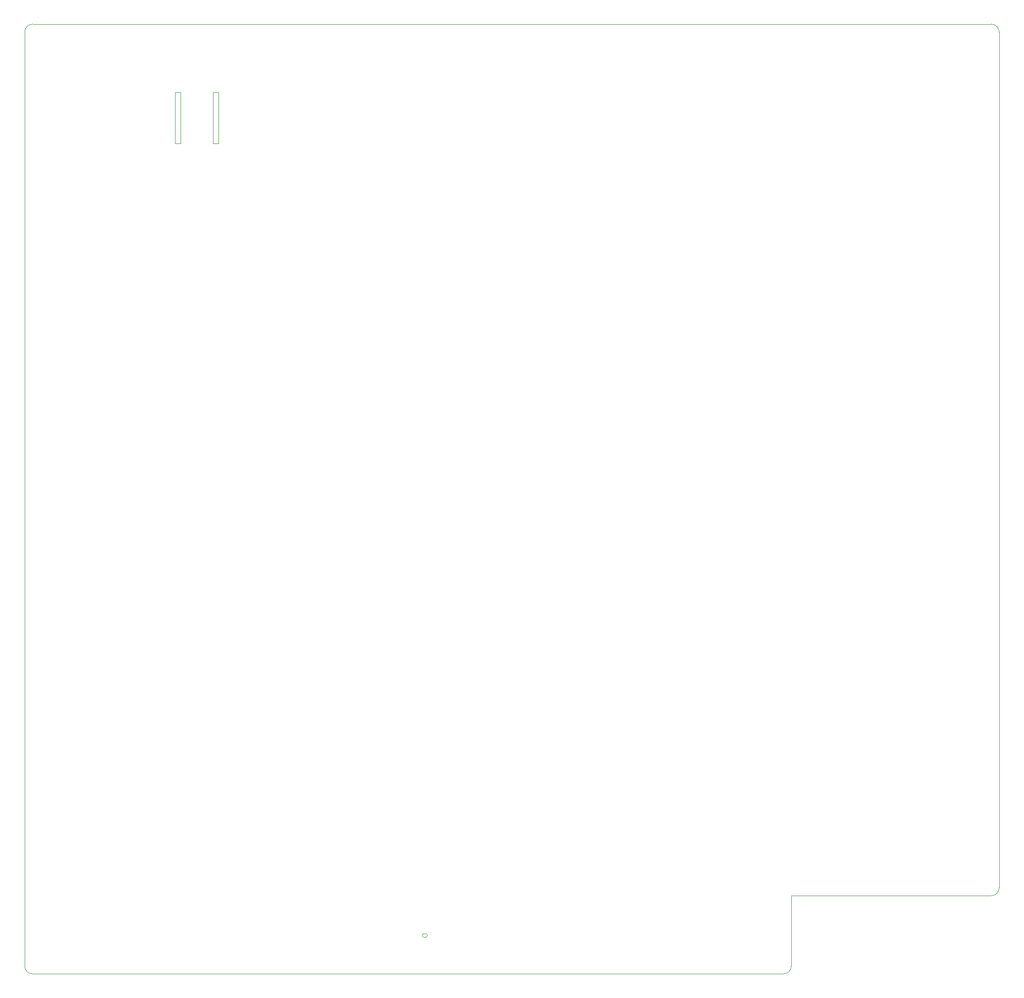
<source format=gm1>
%TF.GenerationSoftware,KiCad,Pcbnew,9.0.5-9.0.5~ubuntu24.04.1*%
%TF.CreationDate,2025-10-13T11:44:06+02:00*%
%TF.ProjectId,BB3plus test mainboard,42423370-6c75-4732-9074-657374206d61,r1B1*%
%TF.SameCoordinates,Original*%
%TF.FileFunction,Profile,NP*%
%FSLAX46Y46*%
G04 Gerber Fmt 4.6, Leading zero omitted, Abs format (unit mm)*
G04 Created by KiCad (PCBNEW 9.0.5-9.0.5~ubuntu24.04.1) date 2025-10-13 11:44:06*
%MOMM*%
%LPD*%
G01*
G04 APERTURE LIST*
%TA.AperFunction,Profile*%
%ADD10C,0.100000*%
%TD*%
%TA.AperFunction,Profile*%
%ADD11C,0.010000*%
%TD*%
%TA.AperFunction,Profile*%
%ADD12C,0.050000*%
%TD*%
G04 APERTURE END LIST*
D10*
X435500000Y-177000000D02*
X435500000Y-164000000D01*
X293499999Y-4000001D02*
G75*
G02*
X294999999Y-2499999I1500001J1D01*
G01*
X472500000Y-2500000D02*
G75*
G02*
X474000000Y-3999999I0J-1500000D01*
G01*
X472500000Y-2500000D02*
X295000000Y-2500000D01*
X435500000Y-177000000D02*
G75*
G02*
X434000003Y-178500000I-1500000J0D01*
G01*
X295000000Y-178500000D02*
X434000000Y-178500000D01*
X295000000Y-178500000D02*
G75*
G02*
X293500000Y-177000003I0J1500000D01*
G01*
X473999998Y-162500000D02*
G75*
G02*
X472499998Y-163999998I-1499998J0D01*
G01*
X435500000Y-164000000D02*
X472499998Y-164000000D01*
X474000001Y-4000000D02*
X474000001Y-162500000D01*
X293500000Y-177000000D02*
X293500000Y-4000000D01*
D11*
X367450000Y-171035000D02*
X367750000Y-171035000D01*
X367750000Y-171685000D02*
X367450000Y-171685000D01*
X367125000Y-171360000D02*
G75*
G02*
X367450000Y-171035000I325000J0D01*
G01*
X367450000Y-171685000D02*
G75*
G02*
X367125000Y-171360000I0J325000D01*
G01*
X367750000Y-171035000D02*
G75*
G02*
X368075000Y-171360000I0J-325000D01*
G01*
X368075000Y-171360000D02*
G75*
G02*
X367750000Y-171685000I-325000J0D01*
G01*
D12*
X322400000Y-24650000D02*
X321400000Y-24650000D01*
X321400000Y-15150000D01*
X322400000Y-15150000D01*
X322400000Y-24650000D01*
X329400000Y-24650000D02*
X328400000Y-24650000D01*
X328400000Y-15150000D01*
X329400000Y-15150000D01*
X329400000Y-24650000D01*
M02*

</source>
